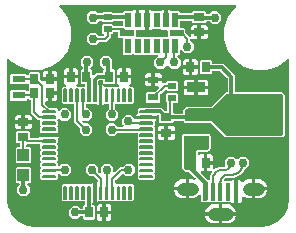
<source format=gbr>
G04 EAGLE Gerber RS-274X export*
G75*
%MOMM*%
%FSLAX34Y34*%
%LPD*%
%INTop Copper*%
%IPPOS*%
%AMOC8*
5,1,8,0,0,1.08239X$1,22.5*%
G01*
G04 Define Apertures*
%ADD10R,0.644000X0.535100*%
%ADD11R,0.500000X1.200000*%
%ADD12R,1.200000X0.500000*%
%ADD13R,1.600200X0.838200*%
%ADD14R,1.600200X3.098800*%
%ADD15R,0.450000X1.500000*%
%ADD16C,1.100000*%
%ADD17R,0.700000X0.900000*%
%ADD18C,0.159000*%
%ADD19R,1.000000X1.100000*%
%ADD20R,0.900000X0.700000*%
%ADD21R,1.100000X0.600000*%
%ADD22R,0.911800X0.611800*%
%ADD23C,0.756400*%
%ADD24C,0.203200*%
%ADD25C,0.152400*%
%ADD26C,0.304800*%
%ADD27C,0.200000*%
G36*
X216019Y1279D02*
X215900Y1270D01*
X25400Y1270D01*
X25281Y1279D01*
X18060Y2423D01*
X17833Y2497D01*
X11319Y5816D01*
X11126Y5956D01*
X5956Y11126D01*
X5816Y11319D01*
X2497Y17833D01*
X2423Y18060D01*
X1279Y25281D01*
X1270Y25400D01*
X1270Y143551D01*
X1367Y143923D01*
X1565Y144153D01*
X1836Y144288D01*
X2139Y144305D01*
X2425Y144204D01*
X2648Y143999D01*
X3217Y143217D01*
X11014Y137552D01*
X20181Y134573D01*
X29819Y134573D01*
X32225Y135355D01*
X32424Y135391D01*
X32495Y135380D01*
X32754Y135527D01*
X38986Y137552D01*
X46783Y143217D01*
X52448Y151014D01*
X55427Y160181D01*
X55427Y169819D01*
X52448Y178986D01*
X46783Y186783D01*
X45313Y187852D01*
X45069Y188149D01*
X44999Y188444D01*
X45050Y188743D01*
X45213Y188998D01*
X45464Y189170D01*
X45761Y189230D01*
X194734Y189230D01*
X195106Y189133D01*
X195336Y188935D01*
X195471Y188664D01*
X195489Y188361D01*
X195387Y188075D01*
X195182Y187852D01*
X194004Y186996D01*
X188284Y179122D01*
X185276Y169866D01*
X185276Y160134D01*
X188284Y150878D01*
X194004Y143004D01*
X201878Y137284D01*
X211134Y134276D01*
X220866Y134276D01*
X230122Y137284D01*
X237996Y143004D01*
X238652Y143907D01*
X238949Y144151D01*
X239244Y144221D01*
X239543Y144170D01*
X239798Y144006D01*
X239970Y143756D01*
X240030Y143459D01*
X240030Y25400D01*
X240021Y25281D01*
X238877Y18060D01*
X238803Y17833D01*
X235484Y11319D01*
X235344Y11126D01*
X230174Y5956D01*
X229981Y5816D01*
X223467Y2497D01*
X223240Y2423D01*
X216019Y1279D01*
G37*
%LPC*%
G36*
X128802Y135694D02*
X133198Y135694D01*
X136461Y138957D01*
X136692Y139115D01*
X136988Y139180D01*
X137286Y139125D01*
X137539Y138957D01*
X140802Y135694D01*
X145198Y135694D01*
X148306Y138802D01*
X148306Y143198D01*
X145763Y145741D01*
X145600Y145982D01*
X145540Y146279D01*
X145540Y146729D01*
X145591Y147004D01*
X145755Y147259D01*
X146005Y147431D01*
X146302Y147491D01*
X146957Y147491D01*
X147850Y148384D01*
X147850Y150807D01*
X147897Y151070D01*
X148056Y151328D01*
X148304Y151503D01*
X148600Y151568D01*
X148898Y151513D01*
X149151Y151345D01*
X151802Y148694D01*
X156198Y148694D01*
X159306Y151802D01*
X159306Y156198D01*
X156763Y158741D01*
X156600Y158982D01*
X156540Y159279D01*
X156540Y160528D01*
X156587Y160792D01*
X156746Y161050D01*
X156994Y161225D01*
X157290Y161290D01*
X157588Y161235D01*
X157841Y161067D01*
X158448Y160460D01*
X162476Y160460D01*
X162476Y164976D01*
X156960Y164976D01*
X156960Y163472D01*
X156913Y163208D01*
X156754Y162950D01*
X156506Y162775D01*
X156210Y162710D01*
X155912Y162765D01*
X155659Y162933D01*
X152573Y166019D01*
X152410Y166261D01*
X152350Y166558D01*
X152350Y169146D01*
X151457Y170039D01*
X148612Y170039D01*
X148337Y170090D01*
X148082Y170254D01*
X147910Y170504D01*
X147850Y170801D01*
X147850Y175690D01*
X147901Y175965D01*
X148065Y176220D01*
X148315Y176392D01*
X148612Y176452D01*
X157214Y176452D01*
X157489Y176401D01*
X157744Y176237D01*
X157916Y175987D01*
X157976Y175690D01*
X157976Y175369D01*
X158869Y174476D01*
X169131Y174476D01*
X170065Y175410D01*
X170075Y175465D01*
X170239Y175720D01*
X170489Y175892D01*
X170786Y175952D01*
X172229Y175952D01*
X172515Y175896D01*
X172767Y175729D01*
X174802Y173694D01*
X179198Y173694D01*
X182306Y176802D01*
X182306Y181198D01*
X179198Y184306D01*
X174802Y184306D01*
X172767Y182271D01*
X172526Y182108D01*
X172229Y182048D01*
X170786Y182048D01*
X170511Y182099D01*
X170256Y182263D01*
X170084Y182513D01*
X170024Y182810D01*
X170024Y183631D01*
X169131Y184524D01*
X158869Y184524D01*
X157976Y183631D01*
X157976Y183310D01*
X157925Y183035D01*
X157761Y182780D01*
X157511Y182608D01*
X157214Y182548D01*
X148612Y182548D01*
X148337Y182599D01*
X148082Y182763D01*
X147910Y183013D01*
X147850Y183310D01*
X147850Y183646D01*
X146957Y184539D01*
X140710Y184539D01*
X140424Y184595D01*
X140171Y184762D01*
X139378Y185555D01*
X137350Y185555D01*
X137350Y175491D01*
X134302Y175491D01*
X134302Y185555D01*
X132274Y185555D01*
X131481Y184762D01*
X131240Y184599D01*
X130942Y184539D01*
X124710Y184539D01*
X124424Y184595D01*
X124171Y184762D01*
X123378Y185555D01*
X121350Y185555D01*
X121350Y168475D01*
X123378Y168475D01*
X124171Y169268D01*
X124413Y169431D01*
X124710Y169491D01*
X130942Y169491D01*
X131228Y169435D01*
X131481Y169268D01*
X132274Y168475D01*
X136540Y168475D01*
X136815Y168424D01*
X137070Y168260D01*
X137242Y168010D01*
X137302Y167713D01*
X137302Y163301D01*
X137251Y163026D01*
X137087Y162771D01*
X136837Y162599D01*
X136540Y162539D01*
X132695Y162539D01*
X132365Y162209D01*
X132134Y162051D01*
X131838Y161986D01*
X131540Y162042D01*
X131287Y162209D01*
X130957Y162539D01*
X124695Y162539D01*
X124365Y162209D01*
X124134Y162051D01*
X123838Y161986D01*
X123540Y162042D01*
X123287Y162209D01*
X122957Y162539D01*
X116695Y162539D01*
X116365Y162209D01*
X116134Y162051D01*
X115838Y161986D01*
X115540Y162042D01*
X115287Y162209D01*
X114957Y162539D01*
X111112Y162539D01*
X110837Y162590D01*
X110582Y162754D01*
X110410Y163004D01*
X110350Y163301D01*
X110350Y167713D01*
X110401Y167988D01*
X110565Y168243D01*
X110815Y168415D01*
X111112Y168475D01*
X115420Y168475D01*
X115518Y168542D01*
X115814Y168607D01*
X116112Y168552D01*
X116228Y168475D01*
X118302Y168475D01*
X118302Y185555D01*
X116232Y185555D01*
X116134Y185488D01*
X115838Y185423D01*
X115540Y185478D01*
X115424Y185555D01*
X113350Y185555D01*
X113350Y175491D01*
X110302Y175491D01*
X110302Y185555D01*
X108274Y185555D01*
X107481Y184762D01*
X107240Y184599D01*
X106942Y184539D01*
X100695Y184539D01*
X99802Y183646D01*
X99802Y183322D01*
X99751Y183047D01*
X99587Y182791D01*
X99337Y182620D01*
X99040Y182560D01*
X91678Y182560D01*
X91392Y182615D01*
X91140Y182783D01*
X90211Y183711D01*
X82509Y183711D01*
X81580Y182783D01*
X81339Y182620D01*
X81042Y182560D01*
X78260Y182560D01*
X77974Y182615D01*
X77721Y182783D01*
X76198Y184306D01*
X71802Y184306D01*
X68694Y181198D01*
X68694Y176802D01*
X71802Y173694D01*
X76198Y173694D01*
X78744Y176240D01*
X78986Y176403D01*
X79283Y176464D01*
X81042Y176464D01*
X81328Y176408D01*
X81580Y176240D01*
X82509Y175312D01*
X90211Y175312D01*
X91140Y176240D01*
X91381Y176403D01*
X91678Y176464D01*
X99040Y176464D01*
X99315Y176412D01*
X99570Y176249D01*
X99742Y175999D01*
X99802Y175702D01*
X99802Y172664D01*
X99751Y172389D01*
X99587Y172133D01*
X99337Y171962D01*
X99040Y171902D01*
X91866Y171902D01*
X91591Y171953D01*
X91336Y172116D01*
X91164Y172366D01*
X91104Y172664D01*
X91104Y172668D01*
X90211Y173561D01*
X82509Y173561D01*
X81616Y172668D01*
X81616Y166055D01*
X82509Y165162D01*
X82730Y165162D01*
X82994Y165115D01*
X83252Y164956D01*
X83427Y164708D01*
X83492Y164412D01*
X83437Y164114D01*
X83269Y163861D01*
X83171Y163763D01*
X82930Y163600D01*
X82632Y163540D01*
X79279Y163540D01*
X78993Y163596D01*
X78741Y163763D01*
X76198Y166306D01*
X71802Y166306D01*
X68694Y163198D01*
X68694Y158802D01*
X71802Y155694D01*
X76198Y155694D01*
X78741Y158237D01*
X78982Y158400D01*
X79279Y158460D01*
X85052Y158460D01*
X88900Y162308D01*
X88900Y164400D01*
X88951Y164675D01*
X89115Y164930D01*
X89365Y165102D01*
X89662Y165162D01*
X90211Y165162D01*
X91104Y166055D01*
X91104Y166060D01*
X91155Y166334D01*
X91319Y166590D01*
X91569Y166761D01*
X91866Y166822D01*
X94540Y166822D01*
X94815Y166770D01*
X95070Y166607D01*
X95242Y166357D01*
X95302Y166060D01*
X95302Y162884D01*
X96195Y161991D01*
X99040Y161991D01*
X99315Y161940D01*
X99570Y161776D01*
X99742Y161526D01*
X99802Y161229D01*
X99802Y148384D01*
X100695Y147491D01*
X106957Y147491D01*
X107287Y147821D01*
X107518Y147979D01*
X107814Y148044D01*
X108112Y147988D01*
X108365Y147821D01*
X108695Y147491D01*
X114957Y147491D01*
X115287Y147821D01*
X115518Y147979D01*
X115814Y148044D01*
X116112Y147988D01*
X116365Y147821D01*
X116695Y147491D01*
X122957Y147491D01*
X123287Y147821D01*
X123518Y147979D01*
X123814Y148044D01*
X124112Y147988D01*
X124365Y147821D01*
X124695Y147491D01*
X128148Y147491D01*
X128411Y147444D01*
X128669Y147285D01*
X128844Y147037D01*
X128909Y146741D01*
X128854Y146443D01*
X128686Y146190D01*
X125694Y143198D01*
X125694Y138802D01*
X128802Y135694D01*
G37*
G36*
X165524Y168024D02*
X171040Y168024D01*
X171040Y171052D01*
X169552Y172540D01*
X165524Y172540D01*
X165524Y168024D01*
G37*
G36*
X156960Y168024D02*
X162476Y168024D01*
X162476Y172540D01*
X158448Y172540D01*
X156960Y171052D01*
X156960Y168024D01*
G37*
G36*
X165524Y160460D02*
X169552Y160460D01*
X171040Y161948D01*
X171040Y164976D01*
X165524Y164976D01*
X165524Y160460D01*
G37*
G36*
X65802Y78694D02*
X70198Y78694D01*
X73306Y81802D01*
X73306Y86198D01*
X70198Y89306D01*
X66602Y89306D01*
X66316Y89362D01*
X66063Y89529D01*
X65199Y90393D01*
X65046Y90613D01*
X64976Y90908D01*
X65027Y91207D01*
X65190Y91462D01*
X65441Y91634D01*
X65738Y91694D01*
X70198Y91694D01*
X73306Y94802D01*
X73306Y99198D01*
X70198Y102306D01*
X68738Y102306D01*
X68463Y102357D01*
X68208Y102521D01*
X68036Y102771D01*
X67976Y103068D01*
X67976Y105064D01*
X68027Y105339D01*
X68191Y105594D01*
X68441Y105766D01*
X68738Y105826D01*
X72166Y105826D01*
X72461Y106122D01*
X72692Y106280D01*
X72988Y106345D01*
X73286Y106289D01*
X73539Y106122D01*
X73834Y105826D01*
X77082Y105826D01*
X77368Y105770D01*
X77621Y105603D01*
X78414Y104810D01*
X79000Y104810D01*
X79000Y121664D01*
X78780Y121805D01*
X78608Y122055D01*
X78548Y122352D01*
X78548Y124922D01*
X78604Y125208D01*
X78771Y125461D01*
X79039Y125729D01*
X79281Y125892D01*
X79578Y125952D01*
X81714Y125952D01*
X81989Y125901D01*
X82244Y125737D01*
X82416Y125487D01*
X82476Y125190D01*
X82476Y123869D01*
X83369Y122976D01*
X91631Y122976D01*
X92524Y123869D01*
X92524Y134131D01*
X91631Y135024D01*
X90810Y135024D01*
X90535Y135075D01*
X90280Y135239D01*
X90108Y135489D01*
X90048Y135786D01*
X90048Y138229D01*
X90104Y138515D01*
X90271Y138767D01*
X90306Y138802D01*
X90306Y143198D01*
X87198Y146306D01*
X82802Y146306D01*
X79694Y143198D01*
X79694Y138802D01*
X82882Y135615D01*
X83040Y135384D01*
X83105Y135088D01*
X83049Y134790D01*
X82882Y134537D01*
X82476Y134131D01*
X82476Y132810D01*
X82425Y132535D01*
X82261Y132280D01*
X82011Y132108D01*
X81714Y132048D01*
X76737Y132048D01*
X74825Y130135D01*
X74605Y129982D01*
X74310Y129913D01*
X74011Y129963D01*
X73756Y130127D01*
X73584Y130377D01*
X73524Y130674D01*
X73524Y134131D01*
X72631Y135024D01*
X72367Y135024D01*
X72104Y135071D01*
X71846Y135230D01*
X71671Y135478D01*
X71606Y135774D01*
X71661Y136072D01*
X71829Y136325D01*
X74306Y138802D01*
X74306Y143198D01*
X71198Y146306D01*
X66802Y146306D01*
X63694Y143198D01*
X63694Y138802D01*
X65229Y137267D01*
X65392Y137026D01*
X65452Y136729D01*
X65452Y135786D01*
X65401Y135511D01*
X65237Y135256D01*
X64987Y135084D01*
X64690Y135024D01*
X64369Y135024D01*
X63476Y134131D01*
X63476Y123869D01*
X64369Y122976D01*
X66690Y122976D01*
X66965Y122925D01*
X67220Y122761D01*
X67392Y122511D01*
X67452Y122214D01*
X67452Y121336D01*
X67401Y121061D01*
X67237Y120806D01*
X66987Y120634D01*
X66690Y120574D01*
X63834Y120574D01*
X63539Y120278D01*
X63308Y120120D01*
X63012Y120055D01*
X62714Y120111D01*
X62461Y120278D01*
X62166Y120574D01*
X60506Y120574D01*
X60242Y120621D01*
X59984Y120780D01*
X59809Y121028D01*
X59744Y121324D01*
X59799Y121622D01*
X59967Y121875D01*
X61540Y123448D01*
X61540Y127476D01*
X49460Y127476D01*
X49460Y123448D01*
X51033Y121875D01*
X51186Y121655D01*
X51256Y121360D01*
X51205Y121061D01*
X51042Y120806D01*
X50792Y120634D01*
X50494Y120574D01*
X48834Y120574D01*
X47476Y119216D01*
X47476Y107184D01*
X48834Y105826D01*
X52166Y105826D01*
X52461Y106122D01*
X52692Y106280D01*
X52988Y106345D01*
X53286Y106289D01*
X53539Y106122D01*
X53834Y105826D01*
X57198Y105826D01*
X57473Y105775D01*
X57728Y105611D01*
X57900Y105361D01*
X57960Y105064D01*
X57960Y90448D01*
X62471Y85937D01*
X62634Y85696D01*
X62694Y85398D01*
X62694Y81802D01*
X65802Y78694D01*
G37*
G36*
X150460Y138524D02*
X154976Y138524D01*
X154976Y144040D01*
X151948Y144040D01*
X150460Y142552D01*
X150460Y138524D01*
G37*
G36*
X158024Y138524D02*
X162540Y138524D01*
X162540Y142552D01*
X161052Y144040D01*
X158024Y144040D01*
X158024Y138524D01*
G37*
G36*
X187043Y77476D02*
X233964Y77476D01*
X234283Y77506D01*
X234556Y77585D01*
X234803Y77710D01*
X235108Y77953D01*
X236052Y78897D01*
X236257Y79144D01*
X236394Y79392D01*
X236480Y79656D01*
X236524Y80043D01*
X236524Y112964D01*
X236494Y113283D01*
X236415Y113556D01*
X236290Y113803D01*
X236047Y114108D01*
X235103Y115052D01*
X234856Y115257D01*
X234608Y115394D01*
X234344Y115480D01*
X233957Y115524D01*
X194810Y115524D01*
X194535Y115575D01*
X194280Y115739D01*
X194108Y115989D01*
X194048Y116286D01*
X194048Y130263D01*
X184263Y140048D01*
X175286Y140048D01*
X175011Y140099D01*
X174756Y140263D01*
X174584Y140513D01*
X174524Y140810D01*
X174524Y142131D01*
X173631Y143024D01*
X165369Y143024D01*
X164476Y142131D01*
X164476Y131869D01*
X165369Y130976D01*
X173631Y130976D01*
X174524Y131869D01*
X174524Y133190D01*
X174575Y133465D01*
X174739Y133720D01*
X174989Y133892D01*
X175286Y133952D01*
X181422Y133952D01*
X181708Y133896D01*
X181961Y133729D01*
X187729Y127961D01*
X187892Y127719D01*
X187952Y127422D01*
X187952Y116286D01*
X187901Y116011D01*
X187737Y115756D01*
X187487Y115584D01*
X187190Y115524D01*
X187036Y115524D01*
X186717Y115494D01*
X186444Y115415D01*
X186197Y115290D01*
X185892Y115047D01*
X174592Y103747D01*
X174350Y103584D01*
X174053Y103524D01*
X154036Y103524D01*
X153717Y103494D01*
X153444Y103415D01*
X153197Y103290D01*
X152892Y103047D01*
X150948Y101103D01*
X150743Y100856D01*
X150606Y100608D01*
X150520Y100344D01*
X150476Y99957D01*
X150476Y98310D01*
X150425Y98035D01*
X150261Y97780D01*
X150011Y97608D01*
X149714Y97548D01*
X142786Y97548D01*
X142511Y97599D01*
X142256Y97763D01*
X142084Y98013D01*
X142024Y98310D01*
X142024Y98631D01*
X141763Y98892D01*
X141600Y99134D01*
X141540Y99431D01*
X141540Y105964D01*
X141591Y106238D01*
X141755Y106494D01*
X142005Y106665D01*
X142302Y106726D01*
X144851Y106726D01*
X145744Y107618D01*
X145744Y114232D01*
X144851Y115125D01*
X137149Y115125D01*
X136256Y114232D01*
X136256Y107609D01*
X136400Y107396D01*
X136460Y107099D01*
X136460Y100286D01*
X136409Y100011D01*
X136245Y99756D01*
X135995Y99584D01*
X135698Y99524D01*
X135602Y99524D01*
X135316Y99580D01*
X135063Y99747D01*
X132263Y102548D01*
X117716Y102548D01*
X117598Y102524D01*
X113184Y102524D01*
X111826Y101166D01*
X111826Y97918D01*
X111770Y97632D01*
X111603Y97379D01*
X110810Y96586D01*
X110810Y96000D01*
X127664Y96000D01*
X127805Y96220D01*
X128055Y96392D01*
X128352Y96452D01*
X129214Y96452D01*
X129489Y96401D01*
X129744Y96237D01*
X129916Y95987D01*
X129976Y95690D01*
X129976Y90369D01*
X130869Y89476D01*
X141131Y89476D01*
X142024Y90369D01*
X142024Y90690D01*
X142075Y90965D01*
X142239Y91220D01*
X142489Y91392D01*
X142786Y91452D01*
X150139Y91452D01*
X150502Y91360D01*
X150735Y91165D01*
X150953Y90892D01*
X151897Y89948D01*
X152144Y89743D01*
X152392Y89606D01*
X152656Y89520D01*
X153043Y89476D01*
X174053Y89476D01*
X174339Y89420D01*
X174592Y89253D01*
X185897Y77948D01*
X186144Y77743D01*
X186392Y77606D01*
X186656Y77520D01*
X187043Y77476D01*
G37*
G36*
X49460Y130524D02*
X53976Y130524D01*
X53976Y136040D01*
X50948Y136040D01*
X49460Y134552D01*
X49460Y130524D01*
G37*
G36*
X94460Y130524D02*
X98976Y130524D01*
X98976Y136040D01*
X95948Y136040D01*
X94460Y134552D01*
X94460Y130524D01*
G37*
G36*
X102024Y130524D02*
X106540Y130524D01*
X106540Y134552D01*
X105052Y136040D01*
X102024Y136040D01*
X102024Y130524D01*
G37*
G36*
X57024Y130524D02*
X61540Y130524D01*
X61540Y134552D01*
X60052Y136040D01*
X57024Y136040D01*
X57024Y130524D01*
G37*
G36*
X151948Y129960D02*
X154976Y129960D01*
X154976Y135476D01*
X150460Y135476D01*
X150460Y131448D01*
X151948Y129960D01*
G37*
G36*
X158024Y129960D02*
X161052Y129960D01*
X162540Y131448D01*
X162540Y135476D01*
X158024Y135476D01*
X158024Y129960D01*
G37*
G36*
X31460Y128524D02*
X35976Y128524D01*
X35976Y134040D01*
X32989Y134040D01*
X32955Y134047D01*
X31460Y132552D01*
X31460Y128524D01*
G37*
G36*
X39024Y128524D02*
X43540Y128524D01*
X43540Y132552D01*
X42052Y134040D01*
X39024Y134040D01*
X39024Y128524D01*
G37*
G36*
X28410Y81000D02*
X45190Y81000D01*
X45190Y81586D01*
X44397Y82379D01*
X44234Y82621D01*
X44174Y82918D01*
X44174Y86166D01*
X43878Y86461D01*
X43720Y86692D01*
X43655Y86988D01*
X43711Y87286D01*
X43878Y87539D01*
X44174Y87834D01*
X44174Y91166D01*
X43878Y91461D01*
X43720Y91692D01*
X43655Y91988D01*
X43711Y92286D01*
X43878Y92539D01*
X44174Y92834D01*
X44174Y93483D01*
X44221Y93746D01*
X44380Y94004D01*
X44628Y94179D01*
X44924Y94244D01*
X45222Y94189D01*
X45475Y94021D01*
X47802Y91694D01*
X52198Y91694D01*
X55306Y94802D01*
X55306Y99198D01*
X52198Y102306D01*
X47802Y102306D01*
X45475Y99979D01*
X45255Y99826D01*
X44960Y99756D01*
X44661Y99807D01*
X44406Y99970D01*
X44234Y100220D01*
X44174Y100517D01*
X44174Y101166D01*
X42816Y102524D01*
X37661Y102524D01*
X37375Y102580D01*
X37122Y102747D01*
X33747Y106122D01*
X33584Y106364D01*
X33524Y106661D01*
X33524Y107198D01*
X33575Y107473D01*
X33739Y107728D01*
X33989Y107900D01*
X34286Y107960D01*
X35976Y107960D01*
X35976Y116524D01*
X43540Y116524D01*
X43540Y120594D01*
X43473Y120692D01*
X43408Y120988D01*
X43463Y121286D01*
X43540Y121402D01*
X43540Y125476D01*
X31284Y125476D01*
X31254Y125428D01*
X31006Y125252D01*
X30710Y125187D01*
X30412Y125243D01*
X30159Y125410D01*
X29747Y125822D01*
X29584Y126064D01*
X29524Y126361D01*
X29524Y132131D01*
X28631Y133024D01*
X20369Y133024D01*
X19476Y132131D01*
X19476Y131019D01*
X19429Y130756D01*
X19270Y130498D01*
X19022Y130322D01*
X18726Y130257D01*
X18428Y130313D01*
X18175Y130480D01*
X17131Y131524D01*
X4869Y131524D01*
X3976Y130631D01*
X3976Y123369D01*
X4869Y122476D01*
X17131Y122476D01*
X18175Y123520D01*
X18395Y123673D01*
X18690Y123743D01*
X18989Y123692D01*
X19244Y123528D01*
X19416Y123278D01*
X19476Y122981D01*
X19476Y121869D01*
X19806Y121539D01*
X19964Y121308D01*
X20029Y121012D01*
X19973Y120714D01*
X19806Y120461D01*
X19476Y120131D01*
X19476Y117019D01*
X19429Y116756D01*
X19270Y116498D01*
X19022Y116322D01*
X18726Y116257D01*
X18428Y116313D01*
X18175Y116480D01*
X17131Y117524D01*
X4869Y117524D01*
X3976Y116631D01*
X3976Y109369D01*
X4869Y108476D01*
X17131Y108476D01*
X18024Y109369D01*
X18024Y109481D01*
X18071Y109744D01*
X18230Y110002D01*
X18478Y110178D01*
X18774Y110243D01*
X19072Y110187D01*
X19325Y110020D01*
X20369Y108976D01*
X20714Y108976D01*
X20989Y108925D01*
X21244Y108761D01*
X21416Y108511D01*
X21476Y108214D01*
X21476Y97955D01*
X27455Y91976D01*
X28664Y91976D01*
X28939Y91925D01*
X29194Y91761D01*
X29366Y91511D01*
X29426Y91214D01*
X29426Y87834D01*
X29722Y87539D01*
X29880Y87308D01*
X29945Y87012D01*
X29889Y86714D01*
X29722Y86461D01*
X29426Y86166D01*
X29426Y82918D01*
X29370Y82632D01*
X29203Y82379D01*
X28410Y81586D01*
X28410Y81000D01*
G37*
G36*
X126524Y128024D02*
X132099Y128024D01*
X132099Y130611D01*
X130611Y132099D01*
X126524Y132099D01*
X126524Y128024D01*
G37*
G36*
X117901Y128024D02*
X123476Y128024D01*
X123476Y132099D01*
X119389Y132099D01*
X117901Y130611D01*
X117901Y128024D01*
G37*
G36*
X87802Y91694D02*
X92198Y91694D01*
X95306Y94802D01*
X95306Y99198D01*
X92763Y101741D01*
X92600Y101982D01*
X92540Y102279D01*
X92540Y105281D01*
X92587Y105544D01*
X92746Y105802D01*
X92994Y105978D01*
X93290Y106043D01*
X93588Y105987D01*
X93831Y105826D01*
X97166Y105826D01*
X97461Y106122D01*
X97692Y106280D01*
X97988Y106345D01*
X98286Y106289D01*
X98539Y106122D01*
X98834Y105826D01*
X102166Y105826D01*
X102461Y106122D01*
X102692Y106280D01*
X102988Y106345D01*
X103286Y106289D01*
X103539Y106122D01*
X103834Y105826D01*
X107166Y105826D01*
X108524Y107184D01*
X108524Y119216D01*
X107166Y120574D01*
X105506Y120574D01*
X105242Y120621D01*
X104984Y120780D01*
X104809Y121028D01*
X104744Y121324D01*
X104799Y121622D01*
X104967Y121875D01*
X106540Y123448D01*
X106540Y127476D01*
X94460Y127476D01*
X94460Y123448D01*
X96033Y121875D01*
X96186Y121655D01*
X96256Y121360D01*
X96205Y121061D01*
X96042Y120806D01*
X95792Y120634D01*
X95494Y120574D01*
X93834Y120574D01*
X93539Y120278D01*
X93308Y120120D01*
X93012Y120055D01*
X92714Y120111D01*
X92461Y120278D01*
X92166Y120574D01*
X88834Y120574D01*
X88539Y120278D01*
X88308Y120120D01*
X88012Y120055D01*
X87714Y120111D01*
X87461Y120278D01*
X87166Y120574D01*
X83918Y120574D01*
X83632Y120630D01*
X83379Y120797D01*
X82586Y121590D01*
X82000Y121590D01*
X82000Y104810D01*
X82586Y104810D01*
X83379Y105603D01*
X83621Y105766D01*
X83918Y105826D01*
X86698Y105826D01*
X86973Y105775D01*
X87228Y105611D01*
X87400Y105361D01*
X87460Y105064D01*
X87460Y102279D01*
X87404Y101993D01*
X87237Y101741D01*
X84694Y99198D01*
X84694Y94802D01*
X87802Y91694D01*
G37*
G36*
X162735Y121303D02*
X171752Y121303D01*
X171752Y125022D01*
X170264Y126510D01*
X162735Y126510D01*
X162735Y121303D01*
G37*
G36*
X150670Y121303D02*
X159687Y121303D01*
X159687Y126510D01*
X152158Y126510D01*
X150670Y125022D01*
X150670Y121303D01*
G37*
G36*
X119810Y106917D02*
X130190Y106917D01*
X131083Y107810D01*
X131083Y113675D01*
X131139Y113961D01*
X131306Y114214D01*
X135019Y117927D01*
X135250Y118085D01*
X135546Y118150D01*
X135844Y118095D01*
X136097Y117927D01*
X137149Y116876D01*
X144851Y116876D01*
X145744Y117768D01*
X145744Y124382D01*
X144851Y125275D01*
X137149Y125275D01*
X136256Y124382D01*
X136256Y124377D01*
X136205Y124102D01*
X136041Y123847D01*
X135791Y123675D01*
X135494Y123615D01*
X133523Y123615D01*
X133400Y123492D01*
X133180Y123339D01*
X132885Y123269D01*
X132586Y123320D01*
X132331Y123483D01*
X132159Y123734D01*
X132099Y124031D01*
X132099Y124976D01*
X126524Y124976D01*
X126524Y120901D01*
X128969Y120901D01*
X129233Y120854D01*
X129491Y120695D01*
X129666Y120447D01*
X129731Y120151D01*
X129676Y119853D01*
X129508Y119600D01*
X126214Y116306D01*
X125973Y116143D01*
X125675Y116083D01*
X119810Y116083D01*
X118917Y115190D01*
X118917Y107810D01*
X119810Y106917D01*
G37*
G36*
X119389Y120901D02*
X123476Y120901D01*
X123476Y124976D01*
X117901Y124976D01*
X117901Y122389D01*
X119389Y120901D01*
G37*
G36*
X152158Y113048D02*
X159687Y113048D01*
X159687Y118255D01*
X150670Y118255D01*
X150670Y114536D01*
X152158Y113048D01*
G37*
G36*
X162735Y113048D02*
X170264Y113048D01*
X171752Y114536D01*
X171752Y118255D01*
X162735Y118255D01*
X162735Y113048D01*
G37*
G36*
X39024Y107960D02*
X42052Y107960D01*
X43540Y109448D01*
X43540Y113476D01*
X39024Y113476D01*
X39024Y107960D01*
G37*
G36*
X7960Y92024D02*
X13476Y92024D01*
X13476Y96540D01*
X9448Y96540D01*
X7960Y95052D01*
X7960Y92024D01*
G37*
G36*
X16524Y92024D02*
X22040Y92024D01*
X22040Y95052D01*
X20552Y96540D01*
X16524Y96540D01*
X16524Y92024D01*
G37*
G36*
X113184Y41476D02*
X125216Y41476D01*
X126574Y42834D01*
X126574Y46166D01*
X126278Y46461D01*
X126120Y46692D01*
X126055Y46988D01*
X126111Y47286D01*
X126278Y47539D01*
X126574Y47834D01*
X126574Y51166D01*
X126278Y51461D01*
X126120Y51692D01*
X126055Y51988D01*
X126111Y52286D01*
X126278Y52539D01*
X126574Y52834D01*
X126574Y56166D01*
X126278Y56461D01*
X126120Y56692D01*
X126055Y56988D01*
X126111Y57286D01*
X126278Y57539D01*
X126574Y57834D01*
X126574Y61166D01*
X126278Y61461D01*
X126120Y61692D01*
X126055Y61988D01*
X126111Y62286D01*
X126278Y62539D01*
X126574Y62834D01*
X126574Y66166D01*
X126278Y66461D01*
X126120Y66692D01*
X126055Y66988D01*
X126111Y67286D01*
X126278Y67539D01*
X126574Y67834D01*
X126574Y71166D01*
X126278Y71461D01*
X126120Y71692D01*
X126055Y71988D01*
X126111Y72286D01*
X126278Y72539D01*
X126574Y72834D01*
X126574Y76166D01*
X126278Y76461D01*
X126120Y76692D01*
X126055Y76988D01*
X126111Y77286D01*
X126278Y77539D01*
X126574Y77834D01*
X126574Y81166D01*
X126278Y81461D01*
X126120Y81692D01*
X126055Y81988D01*
X126111Y82286D01*
X126278Y82539D01*
X126574Y82834D01*
X126574Y86166D01*
X126278Y86461D01*
X126120Y86692D01*
X126055Y86988D01*
X126111Y87286D01*
X126278Y87539D01*
X126574Y87834D01*
X126574Y91082D01*
X126630Y91368D01*
X126797Y91621D01*
X127590Y92414D01*
X127590Y93000D01*
X110491Y93000D01*
X110356Y92905D01*
X110060Y92840D01*
X109762Y92895D01*
X109509Y93063D01*
X106198Y96374D01*
X101802Y96374D01*
X98694Y93266D01*
X98694Y88870D01*
X99723Y87841D01*
X99876Y87621D01*
X99946Y87326D01*
X99895Y87027D01*
X99732Y86772D01*
X99482Y86600D01*
X99185Y86540D01*
X95279Y86540D01*
X94993Y86596D01*
X94741Y86763D01*
X92198Y89306D01*
X87802Y89306D01*
X84694Y86198D01*
X84694Y81802D01*
X87802Y78694D01*
X92198Y78694D01*
X94741Y81237D01*
X94982Y81400D01*
X95279Y81460D01*
X111064Y81460D01*
X111339Y81409D01*
X111594Y81245D01*
X111766Y80995D01*
X111826Y80698D01*
X111826Y77834D01*
X112122Y77539D01*
X112280Y77308D01*
X112345Y77012D01*
X112289Y76714D01*
X112122Y76461D01*
X111826Y76166D01*
X111826Y72834D01*
X112122Y72539D01*
X112280Y72308D01*
X112345Y72012D01*
X112289Y71714D01*
X112122Y71461D01*
X111826Y71166D01*
X111826Y67834D01*
X112122Y67539D01*
X112280Y67308D01*
X112345Y67012D01*
X112289Y66714D01*
X112122Y66461D01*
X111826Y66166D01*
X111826Y62834D01*
X112122Y62539D01*
X112280Y62308D01*
X112345Y62012D01*
X112289Y61714D01*
X112122Y61461D01*
X111826Y61166D01*
X111826Y57834D01*
X112122Y57539D01*
X112280Y57308D01*
X112345Y57012D01*
X112289Y56714D01*
X112122Y56461D01*
X111826Y56166D01*
X111826Y52834D01*
X112122Y52539D01*
X112280Y52308D01*
X112345Y52012D01*
X112289Y51714D01*
X112122Y51461D01*
X111826Y51166D01*
X111826Y47834D01*
X112122Y47539D01*
X112280Y47308D01*
X112345Y47012D01*
X112289Y46714D01*
X112122Y46461D01*
X111826Y46166D01*
X111826Y42834D01*
X113184Y41476D01*
G37*
G36*
X16524Y84460D02*
X20552Y84460D01*
X22040Y85948D01*
X22040Y88976D01*
X16524Y88976D01*
X16524Y84460D01*
G37*
G36*
X9448Y84460D02*
X13476Y84460D01*
X13476Y88976D01*
X7960Y88976D01*
X7960Y85948D01*
X9448Y84460D01*
G37*
G36*
X128960Y83024D02*
X134476Y83024D01*
X134476Y87540D01*
X130448Y87540D01*
X128960Y86052D01*
X128960Y83024D01*
G37*
G36*
X137524Y83024D02*
X143040Y83024D01*
X143040Y86052D01*
X141552Y87540D01*
X137524Y87540D01*
X137524Y83024D01*
G37*
G36*
X30784Y41476D02*
X42816Y41476D01*
X44174Y42834D01*
X44174Y46168D01*
X44027Y46379D01*
X43958Y46674D01*
X44008Y46973D01*
X44172Y47228D01*
X44422Y47400D01*
X44719Y47460D01*
X44721Y47460D01*
X45007Y47404D01*
X45259Y47237D01*
X47802Y44694D01*
X52198Y44694D01*
X55306Y47802D01*
X55306Y52198D01*
X52198Y55306D01*
X47802Y55306D01*
X45475Y52979D01*
X45255Y52826D01*
X44960Y52756D01*
X44661Y52807D01*
X44406Y52970D01*
X44234Y53220D01*
X44174Y53517D01*
X44174Y56166D01*
X43878Y56461D01*
X43720Y56692D01*
X43655Y56988D01*
X43711Y57286D01*
X43878Y57539D01*
X44174Y57834D01*
X44174Y61166D01*
X43878Y61461D01*
X43720Y61692D01*
X43655Y61988D01*
X43711Y62286D01*
X43878Y62539D01*
X44174Y62834D01*
X44174Y66166D01*
X43878Y66461D01*
X43720Y66692D01*
X43655Y66988D01*
X43711Y67286D01*
X43878Y67539D01*
X44174Y67834D01*
X44174Y71166D01*
X43878Y71461D01*
X43720Y71692D01*
X43655Y71988D01*
X43711Y72286D01*
X43878Y72539D01*
X44174Y72834D01*
X44174Y76082D01*
X44230Y76368D01*
X44397Y76621D01*
X45190Y77414D01*
X45190Y78000D01*
X28410Y78000D01*
X28410Y77802D01*
X28359Y77527D01*
X28195Y77272D01*
X27945Y77100D01*
X27648Y77040D01*
X25695Y77040D01*
X25616Y77024D01*
X21786Y77024D01*
X21511Y77075D01*
X21256Y77239D01*
X21084Y77489D01*
X21024Y77786D01*
X21024Y81631D01*
X20131Y82524D01*
X9869Y82524D01*
X8976Y81631D01*
X8976Y73369D01*
X9869Y72476D01*
X11698Y72476D01*
X11973Y72425D01*
X12228Y72261D01*
X12400Y72011D01*
X12460Y71714D01*
X12460Y70286D01*
X12409Y70011D01*
X12245Y69756D01*
X11995Y69584D01*
X11698Y69524D01*
X9369Y69524D01*
X8476Y68631D01*
X8476Y56369D01*
X9369Y55476D01*
X20631Y55476D01*
X21524Y56369D01*
X21524Y68631D01*
X20631Y69524D01*
X18302Y69524D01*
X18027Y69575D01*
X17772Y69739D01*
X17600Y69989D01*
X17540Y70286D01*
X17540Y71214D01*
X17591Y71489D01*
X17755Y71744D01*
X18005Y71916D01*
X18302Y71976D01*
X25616Y71976D01*
X25698Y71960D01*
X28664Y71960D01*
X28939Y71909D01*
X29194Y71745D01*
X29366Y71495D01*
X29426Y71198D01*
X29426Y67834D01*
X29722Y67539D01*
X29880Y67308D01*
X29945Y67012D01*
X29889Y66714D01*
X29722Y66461D01*
X29426Y66166D01*
X29426Y62834D01*
X29722Y62539D01*
X29880Y62308D01*
X29945Y62012D01*
X29889Y61714D01*
X29722Y61461D01*
X29426Y61166D01*
X29426Y57834D01*
X29722Y57539D01*
X29880Y57308D01*
X29945Y57012D01*
X29889Y56714D01*
X29722Y56461D01*
X29426Y56166D01*
X29426Y52834D01*
X29722Y52539D01*
X29880Y52308D01*
X29945Y52012D01*
X29889Y51714D01*
X29722Y51461D01*
X29426Y51166D01*
X29426Y47834D01*
X29722Y47539D01*
X29880Y47308D01*
X29945Y47012D01*
X29889Y46714D01*
X29722Y46461D01*
X29426Y46166D01*
X29426Y42834D01*
X30784Y41476D01*
G37*
G36*
X191678Y21620D02*
X193456Y21620D01*
X193456Y41700D01*
X191678Y41700D01*
X190885Y40907D01*
X190644Y40744D01*
X190346Y40684D01*
X185753Y40684D01*
X185490Y40731D01*
X185232Y40890D01*
X185056Y41138D01*
X184991Y41434D01*
X185047Y41732D01*
X185214Y41985D01*
X186102Y42873D01*
X186444Y43070D01*
X187803Y43434D01*
X188000Y43460D01*
X193494Y43460D01*
X198103Y45369D01*
X201631Y48897D01*
X202181Y50224D01*
X202337Y50462D01*
X202587Y50634D01*
X202885Y50694D01*
X203198Y50694D01*
X206306Y53802D01*
X206306Y58198D01*
X203198Y61306D01*
X198802Y61306D01*
X196539Y59043D01*
X196308Y58885D01*
X196012Y58820D01*
X195714Y58875D01*
X195461Y59043D01*
X193198Y61306D01*
X188802Y61306D01*
X185694Y58198D01*
X185694Y53760D01*
X185821Y53547D01*
X185850Y53245D01*
X185758Y52956D01*
X185561Y52726D01*
X185289Y52591D01*
X185197Y52566D01*
X185000Y52540D01*
X180304Y52540D01*
X176620Y50413D01*
X176263Y50311D01*
X175964Y50362D01*
X175709Y50525D01*
X175537Y50775D01*
X175477Y51073D01*
X175477Y54556D01*
X170961Y54556D01*
X170961Y49040D01*
X173851Y49040D01*
X174211Y48950D01*
X174445Y48756D01*
X174584Y48487D01*
X174608Y48185D01*
X174511Y47897D01*
X172940Y45176D01*
X172940Y42055D01*
X172893Y41792D01*
X172734Y41534D01*
X172486Y41358D01*
X172190Y41293D01*
X171892Y41349D01*
X171639Y41516D01*
X165416Y47739D01*
X165263Y47959D01*
X165193Y48254D01*
X165244Y48553D01*
X165408Y48808D01*
X165658Y48980D01*
X165955Y49040D01*
X167913Y49040D01*
X167913Y63120D01*
X164885Y63120D01*
X163825Y62060D01*
X163605Y61907D01*
X163310Y61837D01*
X163011Y61888D01*
X162756Y62051D01*
X162584Y62302D01*
X162524Y62599D01*
X162524Y64714D01*
X162575Y64989D01*
X162739Y65244D01*
X162989Y65416D01*
X163286Y65476D01*
X170964Y65476D01*
X171283Y65506D01*
X171556Y65585D01*
X171803Y65710D01*
X172108Y65953D01*
X173052Y66897D01*
X173257Y67144D01*
X173394Y67392D01*
X173480Y67656D01*
X173524Y68043D01*
X173524Y78964D01*
X173494Y79283D01*
X173415Y79556D01*
X173287Y79810D01*
X173114Y80035D01*
X172902Y80224D01*
X172659Y80371D01*
X172406Y80464D01*
X171950Y80524D01*
X151036Y80524D01*
X150717Y80494D01*
X150444Y80415D01*
X150190Y80287D01*
X149965Y80114D01*
X149776Y79902D01*
X149629Y79659D01*
X149536Y79406D01*
X149476Y78950D01*
X149476Y52036D01*
X149506Y51717D01*
X149585Y51444D01*
X149710Y51197D01*
X149953Y50892D01*
X151897Y48948D01*
X152144Y48743D01*
X152392Y48606D01*
X152656Y48520D01*
X153043Y48476D01*
X155053Y48476D01*
X155339Y48420D01*
X155592Y48253D01*
X160750Y43095D01*
X160900Y42881D01*
X160973Y42586D01*
X160924Y42287D01*
X160763Y42030D01*
X160514Y41857D01*
X160217Y41794D01*
X159920Y41852D01*
X159079Y42200D01*
X155504Y42200D01*
X155504Y26120D01*
X159079Y26120D01*
X162034Y27344D01*
X163905Y29215D01*
X164125Y29368D01*
X164420Y29438D01*
X164719Y29387D01*
X164974Y29223D01*
X165146Y28973D01*
X165206Y28676D01*
X165206Y23529D01*
X166099Y22636D01*
X166187Y22636D01*
X166452Y22589D01*
X166595Y22536D01*
X167050Y22476D01*
X170964Y22476D01*
X171283Y22506D01*
X171625Y22604D01*
X171630Y22586D01*
X171839Y22636D01*
X171977Y22636D01*
X172218Y22689D01*
X172502Y22636D01*
X178477Y22636D01*
X178718Y22689D01*
X179002Y22636D01*
X184977Y22636D01*
X185218Y22689D01*
X185502Y22636D01*
X190346Y22636D01*
X190632Y22580D01*
X190885Y22413D01*
X191678Y21620D01*
G37*
G36*
X137524Y75460D02*
X141552Y75460D01*
X143040Y76948D01*
X143040Y79976D01*
X137524Y79976D01*
X137524Y75460D01*
G37*
G36*
X130448Y75460D02*
X134476Y75460D01*
X134476Y79976D01*
X128960Y79976D01*
X128960Y76948D01*
X130448Y75460D01*
G37*
G36*
X170961Y57604D02*
X175477Y57604D01*
X175477Y61632D01*
X173989Y63120D01*
X170961Y63120D01*
X170961Y57604D01*
G37*
G36*
X77000Y22410D02*
X77586Y22410D01*
X78379Y23203D01*
X78621Y23366D01*
X78918Y23426D01*
X82166Y23426D01*
X82461Y23722D01*
X82692Y23880D01*
X82988Y23945D01*
X83286Y23889D01*
X83539Y23722D01*
X83834Y23426D01*
X87166Y23426D01*
X87461Y23722D01*
X87692Y23880D01*
X87988Y23945D01*
X88286Y23889D01*
X88539Y23722D01*
X88834Y23426D01*
X92166Y23426D01*
X92461Y23722D01*
X92692Y23880D01*
X92988Y23945D01*
X93286Y23889D01*
X93539Y23722D01*
X93834Y23426D01*
X97166Y23426D01*
X97461Y23722D01*
X97692Y23880D01*
X97988Y23945D01*
X98286Y23889D01*
X98539Y23722D01*
X98834Y23426D01*
X102166Y23426D01*
X102461Y23722D01*
X102692Y23880D01*
X102988Y23945D01*
X103286Y23889D01*
X103539Y23722D01*
X103834Y23426D01*
X107166Y23426D01*
X108524Y24784D01*
X108524Y36816D01*
X107166Y38174D01*
X103834Y38174D01*
X103539Y37878D01*
X103308Y37720D01*
X103012Y37655D01*
X102714Y37711D01*
X102461Y37878D01*
X102166Y38174D01*
X98834Y38174D01*
X98539Y37878D01*
X98308Y37720D01*
X98012Y37655D01*
X97714Y37711D01*
X97461Y37878D01*
X97166Y38174D01*
X93802Y38174D01*
X93527Y38225D01*
X93272Y38389D01*
X93100Y38639D01*
X93040Y38936D01*
X93040Y41132D01*
X93096Y41418D01*
X93263Y41671D01*
X98505Y46913D01*
X98736Y47071D01*
X99032Y47136D01*
X99330Y47081D01*
X99583Y46913D01*
X101802Y44694D01*
X106198Y44694D01*
X109306Y47802D01*
X109306Y52198D01*
X106198Y55306D01*
X101802Y55306D01*
X99259Y52763D01*
X99018Y52600D01*
X98721Y52540D01*
X96948Y52540D01*
X92607Y48199D01*
X92387Y48046D01*
X92092Y47976D01*
X91793Y48027D01*
X91538Y48190D01*
X91366Y48441D01*
X91306Y48738D01*
X91306Y52198D01*
X88198Y55306D01*
X83802Y55306D01*
X80694Y52198D01*
X80694Y47738D01*
X80647Y47474D01*
X80488Y47216D01*
X80240Y47041D01*
X79944Y46976D01*
X79646Y47031D01*
X79393Y47199D01*
X78529Y48063D01*
X78366Y48305D01*
X78306Y48602D01*
X78306Y52198D01*
X75198Y55306D01*
X70802Y55306D01*
X67694Y52198D01*
X67694Y47802D01*
X70802Y44694D01*
X74398Y44694D01*
X74684Y44638D01*
X74937Y44471D01*
X77737Y41671D01*
X77900Y41430D01*
X77960Y41132D01*
X77960Y39952D01*
X77909Y39677D01*
X77745Y39422D01*
X77495Y39250D01*
X77198Y39190D01*
X77000Y39190D01*
X77000Y22410D01*
G37*
G36*
X12802Y27694D02*
X17198Y27694D01*
X20306Y30802D01*
X20306Y35198D01*
X18329Y37175D01*
X18176Y37395D01*
X18106Y37690D01*
X18157Y37989D01*
X18320Y38244D01*
X18570Y38416D01*
X18867Y38476D01*
X20631Y38476D01*
X21524Y39369D01*
X21524Y51631D01*
X20631Y52524D01*
X9369Y52524D01*
X8476Y51631D01*
X8476Y39369D01*
X9369Y38476D01*
X11133Y38476D01*
X11396Y38429D01*
X11654Y38270D01*
X11829Y38022D01*
X11894Y37726D01*
X11839Y37428D01*
X11671Y37175D01*
X9694Y35198D01*
X9694Y30802D01*
X12802Y27694D01*
G37*
G36*
X142440Y35684D02*
X152456Y35684D01*
X152456Y42200D01*
X148881Y42200D01*
X145926Y40976D01*
X143664Y38714D01*
X142440Y35759D01*
X142440Y35684D01*
G37*
G36*
X196504Y21620D02*
X198282Y21620D01*
X199770Y23108D01*
X199770Y27660D01*
X199817Y27923D01*
X199976Y28181D01*
X200224Y28357D01*
X200520Y28422D01*
X200818Y28366D01*
X201071Y28199D01*
X201926Y27344D01*
X204881Y26120D01*
X208456Y26120D01*
X208456Y42200D01*
X204881Y42200D01*
X201926Y40976D01*
X201005Y40055D01*
X200774Y39897D01*
X200478Y39832D01*
X200180Y39888D01*
X199927Y40055D01*
X198282Y41700D01*
X196504Y41700D01*
X196504Y21620D01*
G37*
G36*
X211504Y35684D02*
X221520Y35684D01*
X221520Y35759D01*
X220296Y38714D01*
X218034Y40976D01*
X215079Y42200D01*
X211504Y42200D01*
X211504Y35684D01*
G37*
G36*
X66369Y7976D02*
X74631Y7976D01*
X75524Y8869D01*
X75524Y19131D01*
X74631Y20024D01*
X74310Y20024D01*
X74035Y20075D01*
X73780Y20239D01*
X73608Y20489D01*
X73548Y20786D01*
X73548Y21648D01*
X73599Y21923D01*
X73763Y22178D01*
X74000Y22341D01*
X74000Y39190D01*
X73414Y39190D01*
X72621Y38397D01*
X72379Y38234D01*
X72082Y38174D01*
X68834Y38174D01*
X68539Y37878D01*
X68308Y37720D01*
X68012Y37655D01*
X67714Y37711D01*
X67461Y37878D01*
X67166Y38174D01*
X63834Y38174D01*
X63539Y37878D01*
X63308Y37720D01*
X63012Y37655D01*
X62714Y37711D01*
X62461Y37878D01*
X62166Y38174D01*
X58834Y38174D01*
X58539Y37878D01*
X58308Y37720D01*
X58012Y37655D01*
X57714Y37711D01*
X57461Y37878D01*
X57166Y38174D01*
X53834Y38174D01*
X53539Y37878D01*
X53308Y37720D01*
X53012Y37655D01*
X52714Y37711D01*
X52461Y37878D01*
X52166Y38174D01*
X48834Y38174D01*
X47476Y36816D01*
X47476Y24784D01*
X48834Y23426D01*
X52166Y23426D01*
X52461Y23722D01*
X52692Y23880D01*
X52988Y23945D01*
X53286Y23889D01*
X53539Y23722D01*
X53834Y23426D01*
X57166Y23426D01*
X57461Y23722D01*
X57692Y23880D01*
X57988Y23945D01*
X58286Y23889D01*
X58539Y23722D01*
X58834Y23426D01*
X62166Y23426D01*
X62461Y23722D01*
X62692Y23880D01*
X62988Y23945D01*
X63286Y23889D01*
X63539Y23722D01*
X63834Y23426D01*
X66690Y23426D01*
X66965Y23375D01*
X67220Y23211D01*
X67392Y22961D01*
X67452Y22664D01*
X67452Y20786D01*
X67401Y20511D01*
X67237Y20256D01*
X66987Y20084D01*
X66690Y20024D01*
X66369Y20024D01*
X65476Y19131D01*
X65476Y17810D01*
X65425Y17535D01*
X65261Y17280D01*
X65011Y17108D01*
X64714Y17048D01*
X63771Y17048D01*
X63485Y17104D01*
X63233Y17271D01*
X61198Y19306D01*
X56802Y19306D01*
X53694Y16198D01*
X53694Y11802D01*
X56802Y8694D01*
X61198Y8694D01*
X63233Y10729D01*
X63474Y10892D01*
X63771Y10952D01*
X64714Y10952D01*
X64989Y10901D01*
X65244Y10737D01*
X65416Y10487D01*
X65476Y10190D01*
X65476Y8869D01*
X66369Y7976D01*
G37*
G36*
X211504Y26120D02*
X215079Y26120D01*
X218034Y27344D01*
X220296Y29606D01*
X221520Y32561D01*
X221520Y32636D01*
X211504Y32636D01*
X211504Y26120D01*
G37*
G36*
X148881Y26120D02*
X152456Y26120D01*
X152456Y32636D01*
X142440Y32636D01*
X142440Y32561D01*
X143664Y29606D01*
X145926Y27344D01*
X148881Y26120D01*
G37*
G36*
X77460Y15524D02*
X81976Y15524D01*
X81976Y21040D01*
X78948Y21040D01*
X77460Y19552D01*
X77460Y15524D01*
G37*
G36*
X85024Y15524D02*
X89540Y15524D01*
X89540Y19552D01*
X88052Y21040D01*
X85024Y21040D01*
X85024Y15524D01*
G37*
G36*
X168440Y14184D02*
X180456Y14184D01*
X180456Y20700D01*
X174881Y20700D01*
X171926Y19476D01*
X169664Y17214D01*
X168440Y14259D01*
X168440Y14184D01*
G37*
G36*
X183504Y14184D02*
X195520Y14184D01*
X195520Y14259D01*
X194296Y17214D01*
X192034Y19476D01*
X189079Y20700D01*
X183504Y20700D01*
X183504Y14184D01*
G37*
G36*
X85024Y6960D02*
X88052Y6960D01*
X89540Y8448D01*
X89540Y12476D01*
X85024Y12476D01*
X85024Y6960D01*
G37*
G36*
X78948Y6960D02*
X81976Y6960D01*
X81976Y12476D01*
X77460Y12476D01*
X77460Y8448D01*
X78948Y6960D01*
G37*
G36*
X183504Y4620D02*
X189079Y4620D01*
X192034Y5844D01*
X194296Y8106D01*
X195520Y11061D01*
X195520Y11136D01*
X183504Y11136D01*
X183504Y4620D01*
G37*
G36*
X174881Y4620D02*
X180456Y4620D01*
X180456Y11136D01*
X168440Y11136D01*
X168440Y11061D01*
X169664Y8106D01*
X171926Y5844D01*
X174881Y4620D01*
G37*
%LPD*%
G36*
X233975Y79080D02*
X233579Y79000D01*
X187421Y79000D01*
X187040Y79074D01*
X186702Y79298D01*
X175040Y90960D01*
X175008Y90985D01*
X174997Y90990D01*
X174929Y91000D01*
X153421Y91000D01*
X153040Y91074D01*
X152702Y91298D01*
X152298Y91702D01*
X152080Y92025D01*
X152000Y92421D01*
X152000Y99579D01*
X152074Y99961D01*
X152298Y100298D01*
X153702Y101702D01*
X154025Y101920D01*
X154421Y102000D01*
X174943Y102000D01*
X174984Y102005D01*
X174995Y102009D01*
X175051Y102051D01*
X186702Y113702D01*
X187025Y113920D01*
X187421Y114000D01*
X233579Y114000D01*
X233961Y113926D01*
X234298Y113702D01*
X234702Y113298D01*
X234920Y112975D01*
X235000Y112579D01*
X235000Y80421D01*
X234926Y80040D01*
X234702Y79702D01*
X234298Y79298D01*
X233975Y79080D01*
G37*
G36*
X170535Y24060D02*
X170238Y24000D01*
X167762Y24000D01*
X167487Y24051D01*
X167232Y24215D01*
X167060Y24465D01*
X167000Y24762D01*
X167000Y38912D01*
X166975Y39017D01*
X166956Y39044D01*
X156062Y49938D01*
X155970Y49995D01*
X155938Y50000D01*
X153316Y50000D01*
X153030Y50056D01*
X152777Y50223D01*
X151223Y51777D01*
X151060Y52018D01*
X151000Y52316D01*
X151000Y78238D01*
X151051Y78513D01*
X151215Y78768D01*
X151465Y78940D01*
X151762Y79000D01*
X171238Y79000D01*
X171513Y78949D01*
X171768Y78785D01*
X171940Y78535D01*
X172000Y78238D01*
X172000Y68316D01*
X171944Y68030D01*
X171777Y67777D01*
X171223Y67223D01*
X170982Y67060D01*
X170684Y67000D01*
X162088Y67000D01*
X161983Y66975D01*
X161956Y66956D01*
X161062Y66062D01*
X161005Y65970D01*
X161000Y65938D01*
X161000Y50088D01*
X161025Y49983D01*
X161044Y49956D01*
X170777Y40223D01*
X170940Y39982D01*
X171000Y39684D01*
X171000Y24762D01*
X170949Y24487D01*
X170785Y24232D01*
X170535Y24060D01*
G37*
D10*
X86360Y169362D03*
X86360Y179512D03*
D11*
X103826Y177015D03*
X111826Y177015D03*
X119826Y177015D03*
X127826Y177015D03*
X135826Y177015D03*
X143826Y177015D03*
D12*
X144826Y166015D03*
D11*
X143826Y155015D03*
X135826Y155015D03*
X127826Y155015D03*
X119826Y155015D03*
X111826Y155015D03*
X103826Y155015D03*
D12*
X102826Y166015D03*
D13*
X161211Y119779D03*
X161211Y96665D03*
X161211Y73551D03*
D14*
X225219Y96665D03*
D15*
X168980Y31660D03*
X175480Y31660D03*
X181980Y31660D03*
X188480Y31660D03*
X194980Y31660D03*
D16*
X206480Y34160D02*
X213480Y34160D01*
X187480Y12660D02*
X176480Y12660D01*
X157480Y34160D02*
X150480Y34160D01*
D17*
X156437Y56080D03*
X169437Y56080D03*
D18*
X41855Y100205D02*
X31745Y100205D01*
X41855Y100205D02*
X41855Y98795D01*
X31745Y98795D01*
X31745Y100205D01*
X31745Y95205D02*
X41855Y95205D01*
X41855Y93795D01*
X31745Y93795D01*
X31745Y95205D01*
X31745Y90205D02*
X41855Y90205D01*
X41855Y88795D01*
X31745Y88795D01*
X31745Y90205D01*
X31745Y85205D02*
X41855Y85205D01*
X41855Y83795D01*
X31745Y83795D01*
X31745Y85205D01*
X31745Y80205D02*
X41855Y80205D01*
X41855Y78795D01*
X31745Y78795D01*
X31745Y80205D01*
X31745Y75205D02*
X41855Y75205D01*
X41855Y73795D01*
X31745Y73795D01*
X31745Y75205D01*
X31745Y70205D02*
X41855Y70205D01*
X41855Y68795D01*
X31745Y68795D01*
X31745Y70205D01*
X31745Y65205D02*
X41855Y65205D01*
X41855Y63795D01*
X31745Y63795D01*
X31745Y65205D01*
X31745Y60205D02*
X41855Y60205D01*
X41855Y58795D01*
X31745Y58795D01*
X31745Y60205D01*
X31745Y55205D02*
X41855Y55205D01*
X41855Y53795D01*
X31745Y53795D01*
X31745Y55205D01*
X31745Y50205D02*
X41855Y50205D01*
X41855Y48795D01*
X31745Y48795D01*
X31745Y50205D01*
X31745Y45205D02*
X41855Y45205D01*
X41855Y43795D01*
X31745Y43795D01*
X31745Y45205D01*
X49795Y35855D02*
X49795Y25745D01*
X49795Y35855D02*
X51205Y35855D01*
X51205Y25745D01*
X49795Y25745D01*
X49795Y27255D02*
X51205Y27255D01*
X51205Y28765D02*
X49795Y28765D01*
X49795Y30275D02*
X51205Y30275D01*
X51205Y31785D02*
X49795Y31785D01*
X49795Y33295D02*
X51205Y33295D01*
X51205Y34805D02*
X49795Y34805D01*
X54795Y35855D02*
X54795Y25745D01*
X54795Y35855D02*
X56205Y35855D01*
X56205Y25745D01*
X54795Y25745D01*
X54795Y27255D02*
X56205Y27255D01*
X56205Y28765D02*
X54795Y28765D01*
X54795Y30275D02*
X56205Y30275D01*
X56205Y31785D02*
X54795Y31785D01*
X54795Y33295D02*
X56205Y33295D01*
X56205Y34805D02*
X54795Y34805D01*
X59795Y35855D02*
X59795Y25745D01*
X59795Y35855D02*
X61205Y35855D01*
X61205Y25745D01*
X59795Y25745D01*
X59795Y27255D02*
X61205Y27255D01*
X61205Y28765D02*
X59795Y28765D01*
X59795Y30275D02*
X61205Y30275D01*
X61205Y31785D02*
X59795Y31785D01*
X59795Y33295D02*
X61205Y33295D01*
X61205Y34805D02*
X59795Y34805D01*
X64795Y35855D02*
X64795Y25745D01*
X64795Y35855D02*
X66205Y35855D01*
X66205Y25745D01*
X64795Y25745D01*
X64795Y27255D02*
X66205Y27255D01*
X66205Y28765D02*
X64795Y28765D01*
X64795Y30275D02*
X66205Y30275D01*
X66205Y31785D02*
X64795Y31785D01*
X64795Y33295D02*
X66205Y33295D01*
X66205Y34805D02*
X64795Y34805D01*
X69795Y35855D02*
X69795Y25745D01*
X69795Y35855D02*
X71205Y35855D01*
X71205Y25745D01*
X69795Y25745D01*
X69795Y27255D02*
X71205Y27255D01*
X71205Y28765D02*
X69795Y28765D01*
X69795Y30275D02*
X71205Y30275D01*
X71205Y31785D02*
X69795Y31785D01*
X69795Y33295D02*
X71205Y33295D01*
X71205Y34805D02*
X69795Y34805D01*
X74795Y35855D02*
X74795Y25745D01*
X74795Y35855D02*
X76205Y35855D01*
X76205Y25745D01*
X74795Y25745D01*
X74795Y27255D02*
X76205Y27255D01*
X76205Y28765D02*
X74795Y28765D01*
X74795Y30275D02*
X76205Y30275D01*
X76205Y31785D02*
X74795Y31785D01*
X74795Y33295D02*
X76205Y33295D01*
X76205Y34805D02*
X74795Y34805D01*
X79795Y35855D02*
X79795Y25745D01*
X79795Y35855D02*
X81205Y35855D01*
X81205Y25745D01*
X79795Y25745D01*
X79795Y27255D02*
X81205Y27255D01*
X81205Y28765D02*
X79795Y28765D01*
X79795Y30275D02*
X81205Y30275D01*
X81205Y31785D02*
X79795Y31785D01*
X79795Y33295D02*
X81205Y33295D01*
X81205Y34805D02*
X79795Y34805D01*
X84795Y35855D02*
X84795Y25745D01*
X84795Y35855D02*
X86205Y35855D01*
X86205Y25745D01*
X84795Y25745D01*
X84795Y27255D02*
X86205Y27255D01*
X86205Y28765D02*
X84795Y28765D01*
X84795Y30275D02*
X86205Y30275D01*
X86205Y31785D02*
X84795Y31785D01*
X84795Y33295D02*
X86205Y33295D01*
X86205Y34805D02*
X84795Y34805D01*
X89795Y35855D02*
X89795Y25745D01*
X89795Y35855D02*
X91205Y35855D01*
X91205Y25745D01*
X89795Y25745D01*
X89795Y27255D02*
X91205Y27255D01*
X91205Y28765D02*
X89795Y28765D01*
X89795Y30275D02*
X91205Y30275D01*
X91205Y31785D02*
X89795Y31785D01*
X89795Y33295D02*
X91205Y33295D01*
X91205Y34805D02*
X89795Y34805D01*
X94795Y35855D02*
X94795Y25745D01*
X94795Y35855D02*
X96205Y35855D01*
X96205Y25745D01*
X94795Y25745D01*
X94795Y27255D02*
X96205Y27255D01*
X96205Y28765D02*
X94795Y28765D01*
X94795Y30275D02*
X96205Y30275D01*
X96205Y31785D02*
X94795Y31785D01*
X94795Y33295D02*
X96205Y33295D01*
X96205Y34805D02*
X94795Y34805D01*
X99795Y35855D02*
X99795Y25745D01*
X99795Y35855D02*
X101205Y35855D01*
X101205Y25745D01*
X99795Y25745D01*
X99795Y27255D02*
X101205Y27255D01*
X101205Y28765D02*
X99795Y28765D01*
X99795Y30275D02*
X101205Y30275D01*
X101205Y31785D02*
X99795Y31785D01*
X99795Y33295D02*
X101205Y33295D01*
X101205Y34805D02*
X99795Y34805D01*
X104795Y35855D02*
X104795Y25745D01*
X104795Y35855D02*
X106205Y35855D01*
X106205Y25745D01*
X104795Y25745D01*
X104795Y27255D02*
X106205Y27255D01*
X106205Y28765D02*
X104795Y28765D01*
X104795Y30275D02*
X106205Y30275D01*
X106205Y31785D02*
X104795Y31785D01*
X104795Y33295D02*
X106205Y33295D01*
X106205Y34805D02*
X104795Y34805D01*
X114145Y43795D02*
X124255Y43795D01*
X114145Y43795D02*
X114145Y45205D01*
X124255Y45205D01*
X124255Y43795D01*
X124255Y48795D02*
X114145Y48795D01*
X114145Y50205D01*
X124255Y50205D01*
X124255Y48795D01*
X124255Y53795D02*
X114145Y53795D01*
X114145Y55205D01*
X124255Y55205D01*
X124255Y53795D01*
X124255Y58795D02*
X114145Y58795D01*
X114145Y60205D01*
X124255Y60205D01*
X124255Y58795D01*
X124255Y63795D02*
X114145Y63795D01*
X114145Y65205D01*
X124255Y65205D01*
X124255Y63795D01*
X124255Y68795D02*
X114145Y68795D01*
X114145Y70205D01*
X124255Y70205D01*
X124255Y68795D01*
X124255Y73795D02*
X114145Y73795D01*
X114145Y75205D01*
X124255Y75205D01*
X124255Y73795D01*
X124255Y78795D02*
X114145Y78795D01*
X114145Y80205D01*
X124255Y80205D01*
X124255Y78795D01*
X124255Y83795D02*
X114145Y83795D01*
X114145Y85205D01*
X124255Y85205D01*
X124255Y83795D01*
X124255Y88795D02*
X114145Y88795D01*
X114145Y90205D01*
X124255Y90205D01*
X124255Y88795D01*
X124255Y93795D02*
X114145Y93795D01*
X114145Y95205D01*
X124255Y95205D01*
X124255Y93795D01*
X124255Y98795D02*
X114145Y98795D01*
X114145Y100205D01*
X124255Y100205D01*
X124255Y98795D01*
X106205Y108145D02*
X106205Y118255D01*
X106205Y108145D02*
X104795Y108145D01*
X104795Y118255D01*
X106205Y118255D01*
X106205Y109655D02*
X104795Y109655D01*
X104795Y111165D02*
X106205Y111165D01*
X106205Y112675D02*
X104795Y112675D01*
X104795Y114185D02*
X106205Y114185D01*
X106205Y115695D02*
X104795Y115695D01*
X104795Y117205D02*
X106205Y117205D01*
X101205Y118255D02*
X101205Y108145D01*
X99795Y108145D01*
X99795Y118255D01*
X101205Y118255D01*
X101205Y109655D02*
X99795Y109655D01*
X99795Y111165D02*
X101205Y111165D01*
X101205Y112675D02*
X99795Y112675D01*
X99795Y114185D02*
X101205Y114185D01*
X101205Y115695D02*
X99795Y115695D01*
X99795Y117205D02*
X101205Y117205D01*
X96205Y118255D02*
X96205Y108145D01*
X94795Y108145D01*
X94795Y118255D01*
X96205Y118255D01*
X96205Y109655D02*
X94795Y109655D01*
X94795Y111165D02*
X96205Y111165D01*
X96205Y112675D02*
X94795Y112675D01*
X94795Y114185D02*
X96205Y114185D01*
X96205Y115695D02*
X94795Y115695D01*
X94795Y117205D02*
X96205Y117205D01*
X91205Y118255D02*
X91205Y108145D01*
X89795Y108145D01*
X89795Y118255D01*
X91205Y118255D01*
X91205Y109655D02*
X89795Y109655D01*
X89795Y111165D02*
X91205Y111165D01*
X91205Y112675D02*
X89795Y112675D01*
X89795Y114185D02*
X91205Y114185D01*
X91205Y115695D02*
X89795Y115695D01*
X89795Y117205D02*
X91205Y117205D01*
X86205Y118255D02*
X86205Y108145D01*
X84795Y108145D01*
X84795Y118255D01*
X86205Y118255D01*
X86205Y109655D02*
X84795Y109655D01*
X84795Y111165D02*
X86205Y111165D01*
X86205Y112675D02*
X84795Y112675D01*
X84795Y114185D02*
X86205Y114185D01*
X86205Y115695D02*
X84795Y115695D01*
X84795Y117205D02*
X86205Y117205D01*
X81205Y118255D02*
X81205Y108145D01*
X79795Y108145D01*
X79795Y118255D01*
X81205Y118255D01*
X81205Y109655D02*
X79795Y109655D01*
X79795Y111165D02*
X81205Y111165D01*
X81205Y112675D02*
X79795Y112675D01*
X79795Y114185D02*
X81205Y114185D01*
X81205Y115695D02*
X79795Y115695D01*
X79795Y117205D02*
X81205Y117205D01*
X76205Y118255D02*
X76205Y108145D01*
X74795Y108145D01*
X74795Y118255D01*
X76205Y118255D01*
X76205Y109655D02*
X74795Y109655D01*
X74795Y111165D02*
X76205Y111165D01*
X76205Y112675D02*
X74795Y112675D01*
X74795Y114185D02*
X76205Y114185D01*
X76205Y115695D02*
X74795Y115695D01*
X74795Y117205D02*
X76205Y117205D01*
X71205Y118255D02*
X71205Y108145D01*
X69795Y108145D01*
X69795Y118255D01*
X71205Y118255D01*
X71205Y109655D02*
X69795Y109655D01*
X69795Y111165D02*
X71205Y111165D01*
X71205Y112675D02*
X69795Y112675D01*
X69795Y114185D02*
X71205Y114185D01*
X71205Y115695D02*
X69795Y115695D01*
X69795Y117205D02*
X71205Y117205D01*
X66205Y118255D02*
X66205Y108145D01*
X64795Y108145D01*
X64795Y118255D01*
X66205Y118255D01*
X66205Y109655D02*
X64795Y109655D01*
X64795Y111165D02*
X66205Y111165D01*
X66205Y112675D02*
X64795Y112675D01*
X64795Y114185D02*
X66205Y114185D01*
X66205Y115695D02*
X64795Y115695D01*
X64795Y117205D02*
X66205Y117205D01*
X61205Y118255D02*
X61205Y108145D01*
X59795Y108145D01*
X59795Y118255D01*
X61205Y118255D01*
X61205Y109655D02*
X59795Y109655D01*
X59795Y111165D02*
X61205Y111165D01*
X61205Y112675D02*
X59795Y112675D01*
X59795Y114185D02*
X61205Y114185D01*
X61205Y115695D02*
X59795Y115695D01*
X59795Y117205D02*
X61205Y117205D01*
X56205Y118255D02*
X56205Y108145D01*
X54795Y108145D01*
X54795Y118255D01*
X56205Y118255D01*
X56205Y109655D02*
X54795Y109655D01*
X54795Y111165D02*
X56205Y111165D01*
X56205Y112675D02*
X54795Y112675D01*
X54795Y114185D02*
X56205Y114185D01*
X56205Y115695D02*
X54795Y115695D01*
X54795Y117205D02*
X56205Y117205D01*
X51205Y118255D02*
X51205Y108145D01*
X49795Y108145D01*
X49795Y118255D01*
X51205Y118255D01*
X51205Y109655D02*
X49795Y109655D01*
X49795Y111165D02*
X51205Y111165D01*
X51205Y112675D02*
X49795Y112675D01*
X49795Y114185D02*
X51205Y114185D01*
X51205Y115695D02*
X49795Y115695D01*
X49795Y117205D02*
X51205Y117205D01*
D19*
X15000Y62500D03*
X15000Y45500D03*
D20*
X164000Y179500D03*
X164000Y166500D03*
D17*
X169500Y137000D03*
X156500Y137000D03*
D20*
X15000Y77500D03*
X15000Y90500D03*
D17*
X87500Y129000D03*
X100500Y129000D03*
D20*
X136000Y94500D03*
X136000Y81500D03*
D17*
X70500Y14000D03*
X83500Y14000D03*
X68500Y129000D03*
X55500Y129000D03*
D21*
X11000Y127000D03*
X11000Y113000D03*
D17*
X24500Y127000D03*
X37500Y127000D03*
X24500Y115000D03*
X37500Y115000D03*
D22*
X125000Y126500D03*
X125000Y111500D03*
D10*
X141000Y121075D03*
X141000Y110925D03*
D23*
X216000Y56000D03*
X227000Y56000D03*
X207000Y125000D03*
X218000Y125000D03*
X229000Y125000D03*
X15000Y19000D03*
X26000Y19000D03*
X37000Y19000D03*
D24*
X175480Y31660D02*
X175480Y42480D01*
X175482Y42662D01*
X175489Y42843D01*
X175500Y43025D01*
X175515Y43206D01*
X175535Y43386D01*
X175559Y43567D01*
X175587Y43746D01*
X175620Y43925D01*
X175657Y44103D01*
X175699Y44280D01*
X175744Y44456D01*
X175794Y44630D01*
X175848Y44804D01*
X175906Y44976D01*
X175969Y45147D01*
X176035Y45316D01*
X176106Y45483D01*
X176180Y45649D01*
X176259Y45813D01*
X176341Y45975D01*
X176428Y46135D01*
X176518Y46292D01*
X176612Y46448D01*
X176710Y46601D01*
X176811Y46752D01*
X176916Y46900D01*
X177025Y47046D01*
X177137Y47189D01*
X177252Y47329D01*
X177371Y47467D01*
X177493Y47601D01*
X177619Y47733D01*
X177747Y47861D01*
X177879Y47987D01*
X178013Y48109D01*
X178151Y48228D01*
X178291Y48343D01*
X178434Y48455D01*
X178580Y48564D01*
X178728Y48669D01*
X178879Y48770D01*
X179032Y48868D01*
X179188Y48962D01*
X179345Y49052D01*
X179505Y49139D01*
X179667Y49221D01*
X179831Y49300D01*
X179997Y49374D01*
X180164Y49445D01*
X180333Y49511D01*
X180504Y49574D01*
X180676Y49632D01*
X180850Y49686D01*
X181024Y49736D01*
X181200Y49781D01*
X181377Y49823D01*
X181555Y49860D01*
X181734Y49893D01*
X181913Y49921D01*
X182094Y49945D01*
X182274Y49965D01*
X182455Y49980D01*
X182637Y49991D01*
X182818Y49998D01*
X183000Y50000D01*
X185000Y50000D01*
X185152Y50002D01*
X185304Y50008D01*
X185456Y50017D01*
X185607Y50031D01*
X185758Y50048D01*
X185909Y50069D01*
X186059Y50094D01*
X186208Y50123D01*
X186356Y50155D01*
X186504Y50192D01*
X186651Y50231D01*
X186796Y50275D01*
X186941Y50323D01*
X187084Y50373D01*
X187226Y50428D01*
X187366Y50486D01*
X187505Y50548D01*
X187642Y50613D01*
X187778Y50682D01*
X187912Y50754D01*
X188044Y50829D01*
X188174Y50908D01*
X188302Y50990D01*
X188428Y51075D01*
X188551Y51164D01*
X188673Y51255D01*
X188792Y51350D01*
X188908Y51447D01*
X189022Y51548D01*
X189134Y51651D01*
X189243Y51757D01*
X189349Y51866D01*
X189452Y51978D01*
X189553Y52092D01*
X189650Y52208D01*
X189745Y52327D01*
X189836Y52449D01*
X189925Y52572D01*
X190010Y52698D01*
X190092Y52826D01*
X190171Y52956D01*
X190246Y53088D01*
X190318Y53222D01*
X190387Y53358D01*
X190452Y53495D01*
X190514Y53634D01*
X190572Y53774D01*
X190627Y53916D01*
X190677Y54059D01*
X190725Y54204D01*
X190769Y54349D01*
X190808Y54496D01*
X190845Y54644D01*
X190877Y54792D01*
X190906Y54941D01*
X190931Y55091D01*
X190952Y55242D01*
X190969Y55393D01*
X190983Y55544D01*
X190992Y55696D01*
X190998Y55848D01*
X191000Y56000D01*
D23*
X191000Y56000D03*
X90000Y84000D03*
D24*
X118700Y84000D01*
D25*
X118744Y84002D01*
X118787Y84008D01*
X118829Y84017D01*
X118871Y84030D01*
X118911Y84047D01*
X118950Y84067D01*
X118987Y84090D01*
X119021Y84117D01*
X119054Y84146D01*
X119083Y84179D01*
X119110Y84213D01*
X119133Y84250D01*
X119153Y84289D01*
X119170Y84329D01*
X119183Y84371D01*
X119192Y84413D01*
X119198Y84456D01*
X119200Y84500D01*
D24*
X181980Y39980D02*
X181980Y31660D01*
X181980Y39980D02*
X181982Y40133D01*
X181988Y40285D01*
X181997Y40437D01*
X182011Y40589D01*
X182028Y40741D01*
X182049Y40892D01*
X182074Y41042D01*
X182103Y41192D01*
X182136Y41341D01*
X182172Y41489D01*
X182212Y41636D01*
X182256Y41782D01*
X182304Y41927D01*
X182355Y42071D01*
X182410Y42213D01*
X182468Y42354D01*
X182530Y42493D01*
X182595Y42631D01*
X182664Y42767D01*
X182736Y42902D01*
X182812Y43034D01*
X182891Y43164D01*
X182973Y43293D01*
X183059Y43419D01*
X183148Y43543D01*
X183240Y43665D01*
X183334Y43784D01*
X183432Y43901D01*
X183533Y44016D01*
X183637Y44128D01*
X183743Y44237D01*
X183852Y44343D01*
X183964Y44447D01*
X184079Y44548D01*
X184196Y44646D01*
X184315Y44740D01*
X184437Y44832D01*
X184561Y44921D01*
X184687Y45007D01*
X184816Y45089D01*
X184946Y45168D01*
X185078Y45244D01*
X185213Y45316D01*
X185349Y45385D01*
X185487Y45450D01*
X185626Y45512D01*
X185767Y45570D01*
X185909Y45625D01*
X186053Y45676D01*
X186198Y45724D01*
X186344Y45768D01*
X186491Y45808D01*
X186639Y45844D01*
X186788Y45877D01*
X186938Y45906D01*
X187088Y45931D01*
X187239Y45952D01*
X187391Y45969D01*
X187543Y45983D01*
X187695Y45992D01*
X187847Y45998D01*
X188000Y46000D01*
X191000Y46000D01*
X191242Y46003D01*
X191483Y46012D01*
X191724Y46026D01*
X191965Y46047D01*
X192205Y46073D01*
X192445Y46105D01*
X192684Y46143D01*
X192921Y46186D01*
X193158Y46236D01*
X193393Y46291D01*
X193627Y46351D01*
X193859Y46418D01*
X194090Y46489D01*
X194319Y46567D01*
X194546Y46650D01*
X194771Y46738D01*
X194994Y46832D01*
X195214Y46931D01*
X195432Y47036D01*
X195647Y47145D01*
X195860Y47260D01*
X196070Y47380D01*
X196276Y47505D01*
X196480Y47635D01*
X196681Y47770D01*
X196878Y47910D01*
X197072Y48054D01*
X197262Y48203D01*
X197448Y48357D01*
X197631Y48515D01*
X197810Y48677D01*
X197985Y48844D01*
X198156Y49015D01*
X198323Y49190D01*
X198485Y49369D01*
X198643Y49552D01*
X198797Y49738D01*
X198946Y49928D01*
X199090Y50122D01*
X199230Y50319D01*
X199365Y50520D01*
X199495Y50724D01*
X199620Y50930D01*
X199740Y51140D01*
X199855Y51353D01*
X199964Y51568D01*
X200069Y51786D01*
X200168Y52006D01*
X200262Y52229D01*
X200350Y52454D01*
X200433Y52681D01*
X200511Y52910D01*
X200582Y53141D01*
X200649Y53373D01*
X200709Y53607D01*
X200764Y53842D01*
X200814Y54079D01*
X200857Y54316D01*
X200895Y54555D01*
X200927Y54795D01*
X200953Y55035D01*
X200974Y55276D01*
X200988Y55517D01*
X200997Y55758D01*
X201000Y56000D01*
D23*
X201000Y56000D03*
X104000Y91068D03*
D24*
X105568Y89500D02*
X119200Y89500D01*
X105568Y89500D02*
X105491Y89502D01*
X105414Y89508D01*
X105338Y89517D01*
X105262Y89530D01*
X105187Y89547D01*
X105113Y89568D01*
X105040Y89592D01*
X104968Y89619D01*
X104898Y89651D01*
X104829Y89685D01*
X104762Y89723D01*
X104697Y89764D01*
X104634Y89809D01*
X104573Y89856D01*
X104515Y89906D01*
X104459Y89959D01*
X104406Y90015D01*
X104356Y90073D01*
X104309Y90134D01*
X104264Y90197D01*
X104223Y90262D01*
X104185Y90329D01*
X104151Y90398D01*
X104119Y90468D01*
X104092Y90540D01*
X104068Y90613D01*
X104047Y90687D01*
X104030Y90762D01*
X104017Y90838D01*
X104008Y90914D01*
X104002Y90991D01*
X104000Y91068D01*
X37300Y50000D02*
X36800Y49500D01*
X37300Y50000D02*
X50000Y50000D01*
D23*
X50000Y50000D03*
X74000Y161000D03*
D24*
X86360Y169362D02*
X99387Y169362D01*
X100274Y168475D01*
X100366Y168475D01*
X102826Y166015D01*
X84000Y161000D02*
X74000Y161000D01*
X84000Y161000D02*
X86360Y163360D01*
X86360Y169362D01*
D23*
X131000Y141000D03*
X104000Y50000D03*
D24*
X98000Y50000D01*
X90500Y42500D01*
X90500Y30800D01*
X131000Y141000D02*
X136000Y146000D01*
X136000Y154841D02*
X135826Y155015D01*
X136000Y154841D02*
X136000Y146000D01*
X80500Y42500D02*
X80500Y30800D01*
X80500Y42500D02*
X73000Y50000D01*
D23*
X73000Y50000D03*
X143000Y141000D03*
D24*
X143000Y154189D01*
X143826Y155015D01*
X144826Y166015D02*
X148985Y166015D01*
X154000Y161000D01*
X154000Y154000D01*
D23*
X154000Y154000D03*
X86000Y50000D03*
D24*
X85500Y49500D01*
X85500Y30800D01*
D26*
X70500Y30800D02*
X70500Y14000D01*
X70500Y113200D02*
X70500Y127000D01*
X68500Y129000D01*
X75500Y126500D02*
X75500Y113200D01*
X75500Y126500D02*
X78000Y129000D01*
X87500Y129000D01*
X119200Y99500D02*
X131000Y99500D01*
X136000Y94500D01*
D23*
X191000Y107000D03*
X204000Y107000D03*
X191000Y89000D03*
X204000Y89000D03*
D26*
X183000Y137000D02*
X169500Y137000D01*
X183000Y137000D02*
X191000Y129000D01*
X191000Y107000D01*
X159046Y94500D02*
X136000Y94500D01*
X159046Y94500D02*
X161211Y96665D01*
D23*
X15000Y33000D03*
X59000Y14000D03*
X69000Y141000D03*
X85000Y141000D03*
D26*
X68500Y140500D02*
X68500Y129000D01*
X68500Y140500D02*
X69000Y141000D01*
X87000Y129500D02*
X87500Y129000D01*
X87000Y139000D02*
X85000Y141000D01*
X87000Y139000D02*
X87000Y129500D01*
D23*
X74000Y179000D03*
D24*
X74512Y179512D01*
D26*
X86360Y179512D01*
X101330Y179512D01*
X103826Y177015D01*
D23*
X177000Y179000D03*
D26*
X164500Y179000D01*
X164000Y179500D01*
X146311Y179500D01*
X143826Y177015D01*
X70500Y14000D02*
X59000Y14000D01*
X15000Y33000D02*
X15000Y45500D01*
D24*
X139000Y97500D02*
X139000Y108925D01*
X139000Y97500D02*
X136000Y94500D01*
X139000Y108925D02*
X141000Y110925D01*
X15000Y77500D02*
X15000Y62500D01*
X27000Y74500D02*
X36800Y74500D01*
D27*
X18000Y74500D02*
X15000Y77500D01*
X18000Y74500D02*
X27000Y74500D01*
D23*
X68000Y97000D03*
D24*
X65436Y113136D02*
X65500Y113200D01*
X65436Y113136D02*
X65436Y99564D01*
X68000Y97000D01*
D23*
X68000Y84000D03*
D24*
X60500Y91500D01*
X60500Y113200D01*
D23*
X50000Y97000D03*
X90000Y97000D03*
D24*
X90000Y112700D01*
X90500Y113200D01*
D27*
X24500Y127000D02*
X11000Y127000D01*
X31000Y105300D02*
X36800Y99500D01*
X31000Y105300D02*
X31000Y121000D01*
X25000Y127000D01*
X24500Y127000D01*
X28500Y94500D02*
X36800Y94500D01*
X28500Y94500D02*
X24000Y99000D01*
X24000Y114500D01*
X24500Y115000D01*
X22500Y113000D01*
X11000Y113000D01*
D24*
X125000Y111500D02*
X134575Y121075D01*
X141000Y121075D01*
M02*

</source>
